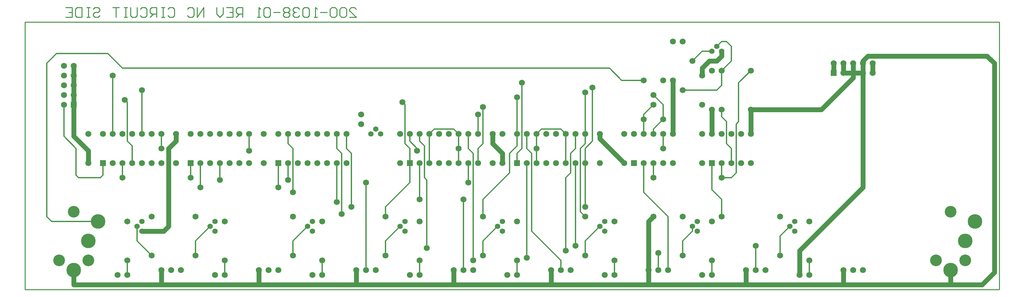
<source format=gbl>
*%FSLAX23Y23*%
*%MOIN*%
G01*
%ADD11C,0.007*%
%ADD12C,0.008*%
%ADD13C,0.010*%
%ADD14C,0.012*%
%ADD15C,0.020*%
%ADD16C,0.032*%
%ADD17C,0.036*%
%ADD18C,0.050*%
%ADD19C,0.052*%
%ADD20C,0.055*%
%ADD21C,0.056*%
%ADD22C,0.060*%
%ADD23C,0.061*%
%ADD24C,0.062*%
%ADD25C,0.068*%
%ADD26C,0.080*%
%ADD27C,0.095*%
%ADD28C,0.115*%
%ADD29C,0.120*%
%ADD30C,0.126*%
%ADD31C,0.150*%
%ADD32C,0.156*%
%ADD33R,0.062X0.062*%
%ADD34R,0.068X0.068*%
D13*
X8199Y9248D02*
X8266D01*
X8199Y9315D01*
Y9331D01*
X8216Y9348D01*
X8249D01*
X8266Y9331D01*
X8166D02*
X8149Y9348D01*
X8116D01*
X8099Y9331D01*
Y9265D01*
X8116Y9248D01*
X8149D01*
X8166Y9265D01*
Y9331D01*
X8066D02*
X8049Y9348D01*
X8016D01*
X7999Y9331D01*
Y9265D01*
X8016Y9248D01*
X8049D01*
X8066Y9265D01*
Y9331D01*
X7966Y9298D02*
X7899D01*
X7866Y9248D02*
X7833D01*
X7849D01*
Y9348D01*
X7850D01*
X7849D02*
X7866Y9331D01*
X7783D02*
X7766Y9348D01*
X7733D01*
X7716Y9331D01*
Y9265D01*
X7733Y9248D01*
X7766D01*
X7783Y9265D01*
Y9331D01*
X7683D02*
X7666Y9348D01*
X7633D01*
X7616Y9331D01*
Y9315D01*
X7617D01*
X7616D02*
X7617D01*
X7616D02*
X7617D01*
X7616D02*
X7633Y9298D01*
X7650D01*
X7633D01*
X7616Y9281D01*
Y9265D01*
X7633Y9248D01*
X7666D01*
X7683Y9265D01*
X7583Y9331D02*
X7566Y9348D01*
X7533D01*
X7516Y9331D01*
Y9315D01*
X7533Y9298D01*
X7516Y9281D01*
Y9265D01*
X7533Y9248D01*
X7566D01*
X7583Y9265D01*
Y9281D01*
X7566Y9298D01*
X7583Y9315D01*
Y9331D01*
X7566Y9298D02*
X7533D01*
X7483D02*
X7416D01*
X7383Y9331D02*
X7366Y9348D01*
X7333D01*
X7316Y9331D01*
Y9265D01*
X7333Y9248D01*
X7366D01*
X7383Y9265D01*
Y9331D01*
X7283Y9248D02*
X7250D01*
X7266D01*
Y9348D01*
X7267D01*
X7266D02*
X7283Y9331D01*
X7100Y9348D02*
Y9248D01*
Y9348D02*
X7050D01*
X7033Y9331D01*
Y9298D01*
X7050Y9281D01*
X7100D01*
X7066D02*
X7033Y9248D01*
X7000Y9348D02*
X6933D01*
X7000D02*
Y9248D01*
X6933D01*
X6966Y9298D02*
X7000D01*
X6900Y9281D02*
Y9348D01*
Y9281D02*
X6866Y9248D01*
X6833Y9281D01*
Y9348D01*
X6700D02*
Y9248D01*
X6633D02*
X6700Y9348D01*
X6633D02*
Y9248D01*
X6533Y9331D02*
X6550Y9348D01*
X6583D01*
X6600Y9331D01*
Y9265D01*
X6583Y9248D01*
X6550D01*
X6533Y9265D01*
X6350Y9348D02*
X6333Y9331D01*
X6350Y9348D02*
X6383D01*
X6400Y9331D01*
Y9265D01*
X6383Y9248D01*
X6350D01*
X6333Y9265D01*
X6300Y9348D02*
X6267D01*
X6283D01*
Y9248D01*
X6300D01*
X6267D01*
X6217D02*
Y9348D01*
X6167D01*
X6150Y9331D01*
Y9298D01*
X6167Y9281D01*
X6217D01*
X6183D02*
X6150Y9248D01*
X6050Y9331D02*
X6067Y9348D01*
X6100D01*
X6117Y9331D01*
Y9265D01*
X6100Y9248D01*
X6067D01*
X6050Y9265D01*
X6017D02*
Y9348D01*
Y9265D02*
X6000Y9248D01*
X5967D01*
X5950Y9265D01*
Y9348D01*
X5917D02*
X5883D01*
X5900D01*
Y9248D01*
X5917D01*
X5883D01*
X5833Y9348D02*
X5767D01*
X5800D01*
Y9248D01*
X5584Y9348D02*
X5567Y9331D01*
X5584Y9348D02*
X5617D01*
X5634Y9331D01*
Y9315D01*
X5617Y9298D01*
X5584D01*
X5567Y9281D01*
Y9265D01*
X5584Y9248D01*
X5617D01*
X5634Y9265D01*
X5534Y9348D02*
X5500D01*
X5517D01*
Y9248D01*
X5534D01*
X5500D01*
X5450D02*
Y9348D01*
Y9248D02*
X5400D01*
X5384Y9265D01*
Y9331D01*
X5400Y9348D01*
X5450D01*
X5350D02*
X5284D01*
X5350D02*
Y9248D01*
X5284D01*
X5317Y9298D02*
X5350D01*
X14866Y9198D02*
Y6448D01*
X4866D02*
Y9198D01*
X14866D01*
Y6448D02*
X4866D01*
D14*
X9566Y7373D02*
X9841Y7648D01*
X9716Y7098D02*
X9566Y6948D01*
X8716Y7098D02*
X8566Y6948D01*
Y7298D02*
X8816Y7548D01*
X7766Y7098D02*
X7616Y6948D01*
X6766Y7098D02*
X6616Y6948D01*
X12191Y8573D02*
X12316Y8698D01*
X10766Y7098D02*
X10616Y6948D01*
X5391Y7898D02*
X5266Y8023D01*
X10066Y7048D02*
X10366Y6748D01*
X6166Y6798D02*
X6016Y6948D01*
X10866Y8723D02*
X10991Y8598D01*
X5866Y8723D02*
X5716Y8873D01*
X11216Y7448D02*
X11466Y7198D01*
X5091D02*
Y8773D01*
X5191Y8873D01*
X5091Y7198D02*
X5141Y7148D01*
X5391Y7623D02*
Y7898D01*
X5266Y8023D02*
Y8348D01*
X5391Y7623D02*
X5416Y7598D01*
X5616Y7148D02*
X5141D01*
X5766Y8048D02*
Y8648D01*
X5666Y7748D02*
Y7623D01*
X5641Y7598D01*
X5416D01*
X12016D02*
X12116D01*
X5966Y7748D02*
Y7923D01*
X6016Y7098D02*
Y6948D01*
X5916Y7973D02*
Y8373D01*
X5866Y7748D02*
Y7598D01*
X5916Y6748D02*
Y6598D01*
Y8373D02*
X5891Y8398D01*
X5916Y7973D02*
X5966Y7923D01*
X6066Y8048D02*
Y8498D01*
X6266Y8048D02*
Y7898D01*
X9066Y8098D02*
X9266D01*
X10166D02*
X10366D01*
X6566Y7748D02*
Y7598D01*
X6666Y7498D02*
Y7748D01*
X6616Y6948D02*
Y6798D01*
X11616Y8498D02*
X11966D01*
X6916Y6748D02*
Y6598D01*
X6866Y7573D02*
Y7748D01*
X5866Y8723D02*
X10866D01*
X10991Y8598D02*
X11216D01*
X7166Y8048D02*
Y7873D01*
X11816Y8898D02*
X11916D01*
X5716Y8873D02*
X5191D01*
X12016Y8998D02*
X12066D01*
X7566Y7748D02*
Y7573D01*
Y7948D02*
Y8048D01*
X7466Y7748D02*
Y7498D01*
X7616Y7898D02*
X7566Y7948D01*
X7616Y7898D02*
Y7448D01*
Y6948D02*
Y6798D01*
X7916Y6748D02*
Y6598D01*
X8116Y7223D02*
Y7848D01*
X8166Y7898D02*
Y8048D01*
X8066D02*
Y7898D01*
Y7748D02*
Y7348D01*
X8216Y7848D02*
X8166Y7898D01*
X8116Y7848D02*
X8066Y7898D01*
X8366Y7548D02*
Y6648D01*
X8216Y7298D02*
Y7848D01*
X8566Y6948D02*
Y6798D01*
Y7198D02*
Y7298D01*
X8766Y8348D02*
X8741Y8373D01*
X8891Y7898D02*
Y7873D01*
X8916Y7748D02*
Y7373D01*
Y6748D02*
Y6598D01*
Y7973D02*
Y8048D01*
X8766Y7948D02*
Y8348D01*
X8816Y8048D02*
Y7973D01*
Y7898D02*
Y7748D01*
Y7773D02*
Y7548D01*
Y7748D02*
Y7773D01*
X8966Y7923D02*
X8916Y7973D01*
X8816Y7898D02*
X8766Y7948D01*
X8816Y7973D02*
X8891Y7898D01*
X9016Y7748D02*
Y8048D01*
X8991Y7573D02*
Y6873D01*
X8966Y7598D02*
Y7923D01*
X9016Y8048D02*
X9066Y8098D01*
X8966Y7598D02*
X8991Y7573D01*
X9316Y7748D02*
Y8048D01*
Y7898D02*
Y7748D01*
Y8048D02*
X9266Y8098D01*
X9516Y7898D02*
Y7748D01*
Y8048D02*
Y8248D01*
X9466Y7848D02*
Y6748D01*
X9366Y6648D02*
Y7373D01*
X9416Y7548D02*
Y7748D01*
Y7898D02*
Y8048D01*
X9516Y7898D02*
X9566Y7948D01*
X9466Y7848D02*
X9416Y7898D01*
X9566Y7948D02*
Y8323D01*
Y7373D02*
Y7198D01*
Y6948D02*
Y6798D01*
X9916Y7748D02*
Y7848D01*
Y6748D02*
Y6598D01*
X9841Y7648D02*
Y7848D01*
X9916Y8048D02*
Y8423D01*
Y8048D02*
Y7923D01*
X9966Y7898D02*
X9916Y7848D01*
X9841D02*
X9916Y7923D01*
X10066Y7848D02*
Y7048D01*
X10116Y7748D02*
Y8048D01*
Y7898D02*
Y7748D01*
X9966Y7898D02*
Y8573D01*
X10016Y7748D02*
Y6773D01*
Y7898D02*
Y8048D01*
X10116D02*
X10166Y8098D01*
X10016Y7898D02*
X10066Y7848D01*
X10516Y7748D02*
Y6898D01*
X10466Y7648D02*
Y7848D01*
X10516Y7898D02*
Y8048D01*
X10416D02*
Y7748D01*
Y7598D02*
Y6848D01*
X10366Y6748D02*
Y6648D01*
X10466Y7848D02*
X10516Y7898D01*
X10466Y7648D02*
X10416Y7598D01*
Y8048D02*
X10366Y8098D01*
X10616Y7898D02*
Y7748D01*
Y7298D01*
Y8048D02*
Y8473D01*
Y8048D02*
Y7948D01*
X10691Y7973D02*
Y8523D01*
X10616Y6948D02*
Y6798D01*
X10566Y7248D02*
Y7898D01*
X10616D02*
X10691Y7973D01*
X10616Y7948D02*
X10566Y7898D01*
Y7248D02*
X10616Y7198D01*
X10916Y6748D02*
Y6598D01*
X11216Y8048D02*
Y8198D01*
Y8248D01*
Y7748D02*
Y7448D01*
Y8248D02*
X11316Y8348D01*
X11416D02*
Y8198D01*
Y8048D02*
Y7898D01*
X11466Y7198D02*
Y6648D01*
X11316Y7598D02*
Y7748D01*
X11366Y6823D02*
Y6648D01*
X11316Y8048D02*
Y8098D01*
X11416Y8198D01*
Y8348D02*
X11316Y8448D01*
X11616Y6948D02*
Y6798D01*
Y6948D02*
X11716Y7048D01*
Y7098D01*
Y8798D02*
X11816Y8898D01*
X12016Y7373D02*
Y7198D01*
Y8548D02*
Y8698D01*
Y7748D02*
Y7598D01*
X12066Y7948D02*
Y8173D01*
X12016Y8223D02*
Y8298D01*
X11916Y7748D02*
Y7473D01*
Y6748D02*
Y6598D01*
X12016Y8698D02*
X12116Y8798D01*
X11966Y8948D02*
X12016Y8998D01*
Y8548D02*
X11966Y8498D01*
X12116Y8948D02*
X12066Y8998D01*
Y7948D02*
X12116Y7898D01*
X12066Y8173D02*
X12016Y8223D01*
X11916Y7473D02*
X12016Y7373D01*
X12191Y8173D02*
Y8573D01*
X12116Y8798D02*
Y8948D01*
X12166Y8148D02*
Y7648D01*
X12116Y7748D02*
Y7898D01*
X12166Y8148D02*
X12191Y8173D01*
X12166Y7648D02*
X12116Y7598D01*
X12366Y6898D02*
Y6648D01*
X12616Y6798D02*
Y6998D01*
X12716Y7098D01*
X12916Y6748D02*
Y6598D01*
D18*
X6416Y7973D02*
X6341Y7898D01*
Y7098D02*
X6291Y7048D01*
X11816Y8723D02*
X11891Y8798D01*
X11966D02*
X12016Y8848D01*
X14691Y6498D02*
X14816Y6623D01*
X11316Y7198D02*
X11266Y7148D01*
X13466Y8798D02*
X13516Y8848D01*
X13466Y7498D02*
X12816Y6848D01*
X13041Y8298D02*
X13366Y8623D01*
X5516Y7873D02*
X5366Y8023D01*
X14741Y8848D02*
X14816Y8773D01*
X11016Y7748D02*
X10766Y7998D01*
X9766Y7848D02*
X9666Y7948D01*
X9266Y6498D02*
X8266D01*
X9266D02*
X10266D01*
X11266D01*
X12266D01*
X13266D01*
X14366D01*
X8266D02*
X7266D01*
X6266D01*
X5366D01*
X14366D02*
X14691D01*
X5366Y8648D02*
Y8748D01*
Y8648D02*
Y8548D01*
Y8448D01*
Y6648D02*
Y6498D01*
Y8348D02*
Y8448D01*
Y8348D02*
Y8023D01*
X6066Y7048D02*
X6291D01*
X5516Y7748D02*
Y7873D01*
X6266Y6648D02*
Y6498D01*
X6341Y7098D02*
Y7898D01*
X6416Y7973D02*
Y8048D01*
X12316Y8298D02*
X13041D01*
X13366Y8673D02*
X13466D01*
X13366D02*
X13266D01*
X11966Y8798D02*
X11891D01*
X13516Y8848D02*
X14741D01*
X7266Y6648D02*
Y6498D01*
X8266D02*
Y6648D01*
X9266D02*
Y6498D01*
X9666Y7948D02*
Y8048D01*
X9766Y7848D02*
Y7748D01*
X10266Y6648D02*
Y6498D01*
X10766Y7998D02*
Y8048D01*
X11266Y6648D02*
Y6498D01*
Y6648D02*
Y7148D01*
X11516Y8048D02*
Y8598D01*
X11816Y8648D02*
Y8723D01*
X12016Y8848D02*
Y8898D01*
X11916Y8298D02*
Y8048D01*
X12266Y6648D02*
Y6498D01*
X12316Y8048D02*
Y8298D01*
X12816Y6848D02*
Y6598D01*
X13166Y8673D02*
Y8773D01*
X13266Y6648D02*
Y6498D01*
X13366Y8623D02*
Y8673D01*
Y8773D01*
X13266D02*
Y8673D01*
X13566D02*
Y8773D01*
X13466D02*
Y8673D01*
Y7498D01*
Y8773D02*
Y8798D01*
X14366Y6648D02*
Y6498D01*
X14816Y6623D02*
Y8773D01*
D20*
X6816Y7048D02*
D03*
X6766Y7098D02*
D03*
X6816Y7148D02*
D03*
X6066Y7048D02*
D03*
X6016Y7098D02*
D03*
X6066Y7148D02*
D03*
X8416Y8048D02*
D03*
X8466Y8098D02*
D03*
X8516Y8048D02*
D03*
X7816Y7048D02*
D03*
X7766Y7098D02*
D03*
X7816Y7148D02*
D03*
X9766Y7048D02*
D03*
X9716Y7098D02*
D03*
X9766Y7148D02*
D03*
X8766Y7048D02*
D03*
X8716Y7098D02*
D03*
X8766Y7148D02*
D03*
X10816Y7048D02*
D03*
X10766Y7098D02*
D03*
X10816Y7148D02*
D03*
X12766Y7048D02*
D03*
X12716Y7098D02*
D03*
X12766Y7148D02*
D03*
X11766Y7048D02*
D03*
X11716Y7098D02*
D03*
X11766Y7148D02*
D03*
X11916Y8898D02*
D03*
X11966Y8948D02*
D03*
X12016Y8898D02*
D03*
D24*
X12366Y6898D02*
D03*
X11416Y7898D02*
D03*
X11366Y6823D02*
D03*
X10691Y8523D02*
D03*
X10616Y8473D02*
D03*
Y7298D02*
D03*
X10516Y6898D02*
D03*
X10416Y6848D02*
D03*
X10116Y7898D02*
D03*
X9966Y8573D02*
D03*
X10016Y6773D02*
D03*
X9916Y8423D02*
D03*
X9566Y8323D02*
D03*
X9516Y8248D02*
D03*
X9416Y7548D02*
D03*
X9466Y6748D02*
D03*
X9366Y7373D02*
D03*
X9316Y7898D02*
D03*
X8991Y6873D02*
D03*
X8891Y7873D02*
D03*
X8916Y7373D02*
D03*
X8741Y8373D02*
D03*
X8366Y7548D02*
D03*
X8216Y7298D02*
D03*
X8116Y7223D02*
D03*
X8066Y7348D02*
D03*
X7616Y7448D02*
D03*
X7566Y7573D02*
D03*
X7466Y7498D02*
D03*
X7166Y7873D02*
D03*
X6866Y7573D02*
D03*
X6666Y7498D02*
D03*
X6566Y7598D02*
D03*
X6266Y7898D02*
D03*
X6066Y8498D02*
D03*
X5891Y8398D02*
D03*
X5866Y7598D02*
D03*
X5766Y8648D02*
D03*
X5266Y8748D02*
D03*
X5366D02*
D03*
Y8648D02*
D03*
X5266Y8548D02*
D03*
X5366D02*
D03*
X5266Y8448D02*
D03*
X5366D02*
D03*
X5266Y8348D02*
D03*
Y8648D02*
D03*
X6816Y6598D02*
D03*
X6916D02*
D03*
X6266Y6648D02*
D03*
X6466D02*
D03*
X6366D02*
D03*
X5816Y6598D02*
D03*
X5916D02*
D03*
X5516Y8048D02*
D03*
Y7748D02*
D03*
X6416Y8048D02*
D03*
Y7748D02*
D03*
X5766D02*
D03*
X5966D02*
D03*
X6066D02*
D03*
X6166D02*
D03*
X6266D02*
D03*
Y8048D02*
D03*
X6166D02*
D03*
X6066D02*
D03*
X5966D02*
D03*
X5866D02*
D03*
X5766D02*
D03*
X5666D02*
D03*
X5866Y7748D02*
D03*
X6666D02*
D03*
X6866D02*
D03*
X6966D02*
D03*
X7066D02*
D03*
X7166D02*
D03*
Y8048D02*
D03*
X7066D02*
D03*
X6966D02*
D03*
X6866D02*
D03*
X6766D02*
D03*
X6666D02*
D03*
X6566D02*
D03*
X6766Y7748D02*
D03*
X6916Y6748D02*
D03*
Y7148D02*
D03*
X5916Y6748D02*
D03*
Y7148D02*
D03*
X6616Y6798D02*
D03*
Y7198D02*
D03*
X6166Y6798D02*
D03*
Y7198D02*
D03*
X7266Y6648D02*
D03*
X7466D02*
D03*
X7366D02*
D03*
X8266D02*
D03*
X8466D02*
D03*
X8366D02*
D03*
X7816Y6598D02*
D03*
X7916D02*
D03*
X7316Y8048D02*
D03*
Y7748D02*
D03*
X8316Y8148D02*
D03*
Y8248D02*
D03*
X7566Y7748D02*
D03*
X7666D02*
D03*
X7766D02*
D03*
X7866D02*
D03*
X7966D02*
D03*
X8066D02*
D03*
X8166D02*
D03*
Y8048D02*
D03*
X8066D02*
D03*
X7966D02*
D03*
X7866D02*
D03*
X7766D02*
D03*
X7666D02*
D03*
X7566D02*
D03*
X7466D02*
D03*
X7916Y6748D02*
D03*
Y7148D02*
D03*
X7616Y6798D02*
D03*
Y7198D02*
D03*
X9266Y6648D02*
D03*
X9466D02*
D03*
X9366D02*
D03*
X9816Y6598D02*
D03*
X9916D02*
D03*
X8816D02*
D03*
X8916D02*
D03*
X9666Y7748D02*
D03*
Y8048D02*
D03*
X9766D02*
D03*
Y7748D02*
D03*
X10016D02*
D03*
X10116D02*
D03*
X10216D02*
D03*
X10316D02*
D03*
X10416D02*
D03*
X10516D02*
D03*
X10616D02*
D03*
Y8048D02*
D03*
X10516D02*
D03*
X10416D02*
D03*
X10316D02*
D03*
X10216D02*
D03*
X10116D02*
D03*
X10016D02*
D03*
X9916D02*
D03*
X8716D02*
D03*
Y7748D02*
D03*
X8916D02*
D03*
X9016D02*
D03*
X9116D02*
D03*
X9216D02*
D03*
X9316D02*
D03*
X9416D02*
D03*
X9516D02*
D03*
Y8048D02*
D03*
X9416D02*
D03*
X9316D02*
D03*
X9216D02*
D03*
X9116D02*
D03*
X9016D02*
D03*
X8916D02*
D03*
X8816D02*
D03*
X9916Y6748D02*
D03*
Y7148D02*
D03*
X8916Y6748D02*
D03*
Y7148D02*
D03*
X9566Y6798D02*
D03*
Y7198D02*
D03*
X8566Y6798D02*
D03*
Y7198D02*
D03*
X10266Y6648D02*
D03*
X10466D02*
D03*
X10366D02*
D03*
X11266D02*
D03*
X11466D02*
D03*
X11366D02*
D03*
X10816Y6598D02*
D03*
X10916D02*
D03*
X11316Y7198D02*
D03*
Y7598D02*
D03*
X10766Y7748D02*
D03*
Y8048D02*
D03*
X11416Y8598D02*
D03*
Y8198D02*
D03*
X11316Y8448D02*
D03*
Y8348D02*
D03*
X11216Y8598D02*
D03*
Y8198D02*
D03*
X11516Y7748D02*
D03*
Y8048D02*
D03*
X11016D02*
D03*
Y7748D02*
D03*
X11316D02*
D03*
X11416D02*
D03*
Y8048D02*
D03*
X11316D02*
D03*
X11216D02*
D03*
X11116D02*
D03*
X11216Y7748D02*
D03*
X10916Y6748D02*
D03*
Y7148D02*
D03*
X11616Y6798D02*
D03*
Y7198D02*
D03*
X10616Y6798D02*
D03*
Y7198D02*
D03*
X11516Y8598D02*
D03*
Y8998D02*
D03*
X11616D02*
D03*
Y8498D02*
D03*
X11716Y8798D02*
D03*
X12266Y6648D02*
D03*
X12466D02*
D03*
X12366D02*
D03*
X12816Y6598D02*
D03*
X12916D02*
D03*
X11816D02*
D03*
X11916D02*
D03*
X12016Y8698D02*
D03*
Y8298D02*
D03*
X11816Y8348D02*
D03*
Y8648D02*
D03*
X11916Y8698D02*
D03*
Y8298D02*
D03*
X12016Y7198D02*
D03*
Y7598D02*
D03*
X12316Y7748D02*
D03*
Y8048D02*
D03*
X11816D02*
D03*
Y7748D02*
D03*
X12116D02*
D03*
X12216D02*
D03*
Y8048D02*
D03*
X12116D02*
D03*
X12016D02*
D03*
X11916D02*
D03*
X12016Y7748D02*
D03*
X12916Y6748D02*
D03*
Y7148D02*
D03*
X11916Y6748D02*
D03*
Y7148D02*
D03*
X12616Y6798D02*
D03*
Y7198D02*
D03*
X13466Y8773D02*
D03*
X13166D02*
D03*
X13266Y8673D02*
D03*
Y8773D02*
D03*
X13366Y8673D02*
D03*
Y8773D02*
D03*
X13466Y8673D02*
D03*
X13566D02*
D03*
Y8773D02*
D03*
X12316Y8298D02*
D03*
Y8698D02*
D03*
X13266Y6648D02*
D03*
X13466D02*
D03*
X13366D02*
D03*
D29*
X5516Y6748D02*
D03*
X5216D02*
D03*
X5366Y7248D02*
D03*
X14516Y6748D02*
D03*
X14216D02*
D03*
X14366Y7248D02*
D03*
D31*
X5516Y6948D02*
D03*
X5616Y7148D02*
D03*
X5366Y6648D02*
D03*
X14516Y6948D02*
D03*
X14616Y7148D02*
D03*
X14366Y6648D02*
D03*
D33*
X5366Y8348D02*
D03*
X5666Y7748D02*
D03*
X6566D02*
D03*
X7466D02*
D03*
X9916D02*
D03*
X8816D02*
D03*
X11116D02*
D03*
X11916D02*
D03*
X13166Y8673D02*
D03*
M02*

</source>
